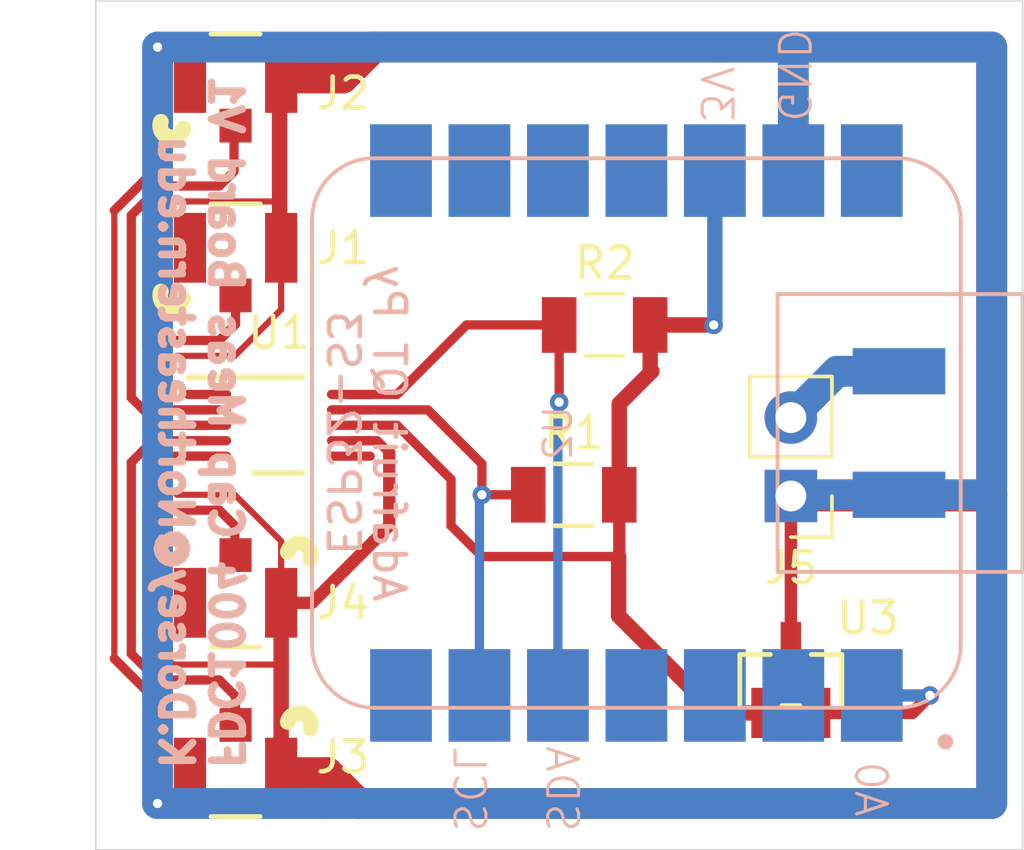
<source format=kicad_pcb>
(kicad_pcb (version 20240108) (generator "pcbnew") (generator_version "8.0")
  (layers (0 "F.Cu" signal) (31 "B.Cu" signal) (34 "B.Paste" user) (35 "F.Paste" user) (36 "B.SilkS" user "B.Silkscreen") (37 "F.SilkS" user "F.Silkscreen") (38 "B.Mask" user) (39 "F.Mask" user) (44 "Edge.Cuts" user))
  (net 0 "")
  (net 1 "/BAT+")
  (net 2 "VDD")
  (net 3 "/SCL")
  (net 4 "GND")
  (net 5 "/SDA")
  (net 6 "/C1")
  (net 7 "/C2")
  (net 8 "/C3")
  (net 9 "/C4")
  (net 11 "/Vtemp")
  (footprint "FDC1004_Footprints:CONN1_CONUFL_TEC" (layer "F.Cu") (at 92.524999 84.5 180)
    (property "Reference" "J4" (at -3.475001 0 0) (layer "F.SilkS"))
    (property "Value" "CONUFL001-SMD-T")
    (fp_line (start 0.794947 -1.4224) (end -0.794947 -1.4224) (stroke (width 0.1524)) (layer "F.SilkS"))
    (fp_arc (start -1.688756 1.640841) (mid -2.168571 1.90902) (end -2.416992 1.418683) (stroke (width 0.508)) (layer "F.SilkS"))
    (pad "1" smd rect (at 0 1.544599 180) (size 1.0414 1.0922) (layers "F.Cu" "F.Paste" "F.Mask") (net 9 "/C4"))
    (pad "2" smd rect (at -1.475001 0 180) (size 1.0414 2.2606) (layers "F.Cu" "F.Paste" "F.Mask") (net 4 "GND"))
    (pad "3" smd rect (at 1.475001 0 180) (size 1.0414 2.2606) (layers "F.Cu" "F.Paste" "F.Mask"))
  )
  (footprint "FDC1004_Footprints:STA_RMCF1206_STC" (layer "F.Cu") (at 104.4732 75.5)
    (property "Reference" "R2" (at 0 -2 0) (layer "F.SilkS"))
    (property "Value" "RMCF1206JT1K80")
    (fp_line (start -0.597551 1.0033) (end 0.597551 1.0033) (stroke (width 0.1524)) (layer "F.SilkS"))
    (fp_line (start 0.597551 -1.0033) (end -0.597551 -1.0033) (stroke (width 0.1524)) (layer "F.SilkS"))
    (pad "1" smd rect (at -1.4732 0) (size 1.1176 1.8034) (layers "F.Cu" "F.Paste" "F.Mask") (net 5 "/SDA"))
    (pad "2" smd rect (at 1.4732 0) (size 1.1176 1.8034) (layers "F.Cu" "F.Paste" "F.Mask") (net 2 "VDD"))
  )
  (footprint "FDC1004_Footprints:FDC1004DGS0010A_M" (layer "F.Cu") (at 93.9326 78.749997)
    (property "Reference" "U1" (at 0 -3 0) (layer "F.SilkS"))
    (property "Value" "FDC1004QDGSRQ1")
    (fp_line (start -2.925 -1.549999) (end 0.750001 -1.549999) (stroke (width 0.2)) (layer "F.SilkS"))
    (fp_line (start -0.800001 1.549999) (end 0.750001 1.549999) (stroke (width 0.2)) (layer "F.SilkS"))
    (pad "1" smd oval (at -2.324999 -1.000001 90) (size 0.299999 1.549999) (layers "F.Cu" "F.Paste" "F.Mask"))
    (pad "2" smd oval (at -2.324999 -0.500002 90) (size 0.299999 1.549999) (layers "F.Cu" "F.Paste" "F.Mask") (net 6 "/C1"))
    (pad "3" smd oval (at -2.324999 0 90) (size 0.299999 1.549999) (layers "F.Cu" "F.Paste" "F.Mask") (net 7 "/C2"))
    (pad "4" smd oval (at -2.324999 0.499999 90) (size 0.299999 1.549999) (layers "F.Cu" "F.Paste" "F.Mask") (net 8 "/C3"))
    (pad "5" smd oval (at -2.324999 1.000001 90) (size 0.299999 1.549999) (layers "F.Cu" "F.Paste" "F.Mask") (net 9 "/C4"))
    (pad "6" smd oval (at 2.325002 1.000001 90) (size 0.299999 1.549999) (layers "F.Cu" "F.Paste" "F.Mask"))
    (pad "7" smd oval (at 2.325002 0.499999 90) (size 0.299999 1.549999) (layers "F.Cu" "F.Paste" "F.Mask") (net 4 "GND"))
    (pad "8" smd oval (at 2.325002 0 90) (size 0.299999 1.549999) (layers "F.Cu" "F.Paste" "F.Mask") (net 2 "VDD"))
    (pad "9" smd oval (at 2.325002 -0.500002 90) (size 0.299999 1.549999) (layers "F.Cu" "F.Paste" "F.Mask") (net 3 "/SCL"))
    (pad "10" smd oval (at 2.325002 -1.000001 90) (size 0.299999 1.549999) (layers "F.Cu" "F.Paste" "F.Mask") (net 5 "/SDA"))
  )
  (footprint "FDC1004_Footprints:CONN1_CONUFL_TEC" (layer "F.Cu") (at 92.524999 90 180)
    (property "Reference" "J3" (at -3.475001 0.5 0) (layer "F.SilkS"))
    (property "Value" "CONUFL001-SMD-T")
    (fp_line (start 0.794947 -1.4224) (end -0.794947 -1.4224) (stroke (width 0.1524)) (layer "F.SilkS"))
    (fp_arc (start -1.688756 1.640841) (mid -2.168571 1.90902) (end -2.416992 1.418683) (stroke (width 0.508)) (layer "F.SilkS"))
    (pad "1" smd rect (at 0 1.544599 180) (size 1.0414 1.0922) (layers "F.Cu" "F.Paste" "F.Mask") (net 8 "/C3"))
    (pad "2" smd rect (at -1.475001 0 180) (size 1.0414 2.2606) (layers "F.Cu" "F.Paste" "F.Mask") (net 4 "GND"))
    (pad "3" smd rect (at 1.475001 0 180) (size 1.0414 2.2606) (layers "F.Cu" "F.Paste" "F.Mask"))
  )
  (footprint "FDC1004_Footprints:CONN1_CONUFL_TEC" (layer "F.Cu") (at 92.524999 67.5)
    (property "Reference" "J2" (at 3.475001 0.5 0) (layer "F.SilkS"))
    (property "Value" "CONUFL001-SMD-T")
    (fp_line (start 0.794947 -1.4224) (end -0.794947 -1.4224) (stroke (width 0.1524)) (layer "F.SilkS"))
    (fp_arc (start -1.688756 1.640841) (mid -2.168571 1.90902) (end -2.416992 1.418683) (stroke (width 0.508)) (layer "F.SilkS"))
    (pad "1" smd rect (at 0 1.544599) (size 1.0414 1.0922) (layers "F.Cu" "F.Paste" "F.Mask") (net 7 "/C2"))
    (pad "2" smd rect (at -1.475001 0) (size 1.0414 2.2606) (layers "F.Cu" "F.Paste" "F.Mask"))
    (pad "3" smd rect (at 1.475001 0) (size 1.0414 2.2606) (layers "F.Cu" "F.Paste" "F.Mask") (net 4 "GND"))
  )
  (footprint "FDC1004_Footprints:SOT-23_MC_MCH-M" (layer "F.Cu") (at 110.5 87)
    (property "Reference" "U3" (at 2.5 -2 0) (layer "F.SilkS"))
    (property "Value" "MCP9701T-E/TT")
    (fp_line (start -1.652 -0.827) (end -1.652 0.827) (stroke (width 0.1524)) (layer "F.SilkS"))
    (fp_line (start -0.66294 -0.827) (end -1.652 -0.827) (stroke (width 0.1524)) (layer "F.SilkS"))
    (fp_line (start -0.287061 0.827) (end 0.287061 0.827) (stroke (width 0.1524)) (layer "F.SilkS"))
    (fp_line (start 1.652 -0.827) (end 0.66294 -0.827) (stroke (width 0.1524)) (layer "F.SilkS"))
    (fp_line (start 1.652 0.827) (end 1.652 -0.827) (stroke (width 0.1524)) (layer "F.SilkS"))
    (pad "1" smd rect (at -0.950001 1.066) (size 0.6604 1.6256) (layers "F.Cu" "F.Paste" "F.Mask") (net 2 "VDD"))
    (pad "2" smd rect (at 0.950001 1.066) (size 0.6604 1.6256) (layers "F.Cu" "F.Paste" "F.Mask") (net 11 "/Vtemp"))
    (pad "3" smd rect (at 0 -1.066) (size 0.6604 1.6256) (layers "F.Cu" "F.Paste" "F.Mask") (net 4 "GND"))
  )
  (footprint "FDC1004_Footprints:STA_RMCF1206_STC" (layer "F.Cu") (at 103.4732 81)
    (property "Reference" "R1" (at 0 -2 0) (layer "F.SilkS"))
    (property "Value" "RMCF1206JT1K80")
    (fp_line (start -0.597551 1.0033) (end 0.597551 1.0033) (stroke (width 0.1524)) (layer "F.SilkS"))
    (fp_line (start 0.597551 -1.0033) (end -0.597551 -1.0033) (stroke (width 0.1524)) (layer "F.SilkS"))
    (pad "1" smd rect (at -1.4732 0) (size 1.1176 1.8034) (layers "F.Cu" "F.Paste" "F.Mask") (net 3 "/SCL"))
    (pad "2" smd rect (at 1.4732 0) (size 1.1176 1.8034) (layers "F.Cu" "F.Paste" "F.Mask") (net 2 "VDD"))
  )
  (footprint "FDC1004_Footprints:CONN1_CONUFL_TEC" (layer "F.Cu") (at 92.524999 73)
    (property "Reference" "J1" (at 3.475001 0 0) (layer "F.SilkS"))
    (property "Value" "CONUFL001-SMD-T")
    (fp_line (start 0.794947 -1.4224) (end -0.794947 -1.4224) (stroke (width 0.1524)) (layer "F.SilkS"))
    (fp_arc (start -1.688756 1.640841) (mid -2.168571 1.90902) (end -2.416992 1.418683) (stroke (width 0.508)) (layer "F.SilkS"))
    (pad "1" smd rect (at 0 1.544599) (size 1.0414 1.0922) (layers "F.Cu" "F.Paste" "F.Mask") (net 6 "/C1"))
    (pad "2" smd rect (at -1.475001 0) (size 1.0414 2.2606) (layers "F.Cu" "F.Paste" "F.Mask"))
    (pad "3" smd rect (at 1.475001 0) (size 1.0414 2.2606) (layers "F.Cu" "F.Paste" "F.Mask") (net 4 "GND"))
  )
  (footprint "Connector_PinHeader_2.54mm:PinHeader_1x02_P2.54mm_Vertical" (layer "F.Cu") (at 110.5 81.04 180)
    (property "Reference" "J5" (at 0 -2.33 0) (layer "F.SilkS"))
    (property "Value" "Conn_01x02")
    (fp_line (start 1.33 1.27) (end 1.33 3.87) (stroke (width 0.12)) (layer "F.SilkS"))
    (fp_line (start -1.33 3.87) (end 1.33 3.87) (stroke (width 0.12)) (layer "F.SilkS"))
    (fp_line (start -1.33 1.27) (end 1.33 1.27) (stroke (width 0.12)) (layer "F.SilkS"))
    (fp_line (start -1.33 1.27) (end -1.33 3.87) (stroke (width 0.12)) (layer "F.SilkS"))
    (fp_line (start -1.33 0) (end -1.33 -1.33) (stroke (width 0.12)) (layer "F.SilkS"))
    (fp_line (start -1.33 -1.33) (end 0 -1.33) (stroke (width 0.12)) (layer "F.SilkS"))
    (pad "1" thru_hole rect (at 0 0 180) (size 1.7 1.7) (drill 1) (layers "*.Cu" "*.Mask") (net 4 "GND"))
    (pad "2" thru_hole oval (at 0 2.54 180) (size 1.7 1.7) (drill 1) (layers "*.Cu" "*.Mask") (net 1 "/BAT+"))
  )
  (footprint "FDC1004_Footprints:Ada_ESP32-S3_noPSRAM" (layer "B.Cu") (at 105.5 79 90)
    (property "Reference" "U2" (at 0 -2.54 90) (layer "B.SilkS") (effects (font (size 0.889 0.889) (thickness 0.1016)) (justify mirror)))
    (property "Value" "Adafruit QT Py ESP32-S3" (hide yes))
    (fp_line (start 6.9 -10.5) (end -6.9 -10.5) (stroke (width 0.127)) (layer "B.SilkS"))
    (fp_line (start -8.9 -8.5) (end -8.9 8.5) (stroke (width 0.127)) (layer "B.SilkS"))
    (fp_line (start 4.5 4.57073) (end 4.5 12.5) (stroke (width 0.127)) (layer "B.SilkS"))
    (fp_line (start -4.5 4.57073) (end 4.5 4.57073) (stroke (width 0.127)) (layer "B.SilkS"))
    (fp_line (start 8.9 8.5) (end 8.9 -8.5) (stroke (width 0.127)) (layer "B.SilkS"))
    (fp_line (start -6.9 10.49909) (end 6.9 10.49909) (stroke (width 0.127)) (layer "B.SilkS"))
    (fp_line (start 4.5 12.5) (end -4.5 12.5) (stroke (width 0.127)) (layer "B.SilkS"))
    (fp_line (start -4.5 12.5) (end -4.5 4.57073) (stroke (width 0.127)) (layer "B.SilkS"))
    (fp_arc (start 6.9 -10.5) (mid 8.314214 -9.914214) (end 8.9 -8.5) (stroke (width 0.12)) (layer "B.SilkS"))
    (fp_arc (start -8.9 -8.5) (mid -8.301423 -9.901423) (end -6.9 -10.5) (stroke (width 0.12)) (layer "B.SilkS"))
    (fp_arc (start 8.9 8.5) (mid 8.301494 9.901494) (end 6.9 10.5) (stroke (width 0.12)) (layer "B.SilkS"))
    (fp_arc (start -6.9 10.5) (mid -8.301491 9.901491) (end -8.9 8.5) (stroke (width 0.12)) (layer "B.SilkS"))
    (fp_circle (center -10 10) (end -10 10.254) (fill solid) (layer "B.SilkS"))
    (fp_poly (pts (xy -8.887715 8.561705) (xy -8.884667 8.610473) (xy -8.880603 8.659494)) (stroke (width 0.0254)) (fill none) (layer "B.SilkS"))
    (fp_poly (pts (xy 8.889492 -8.521574) (xy 8.887713 -8.57085) (xy 8.884665 -8.619618) (xy 8.880601 -8.668639) (xy 8.875268 -8.717407) (xy 8.868664 -8.766175) (xy 8.861044 -8.81469) (xy 8.852153 -8.86295) (xy 8.842248 -8.910955)) (stroke (width 0.0254)) (fill none) (layer "B.SilkS"))
    (fp_text user "SDA" (at -13 -3 -90) (layer "B.SilkS") (effects (font (thickness 0.1)) (justify left bottom mirror)))
    (fp_text user "SCL" (at -13 -6 -90) (layer "B.SilkS") (effects (font (thickness 0.1)) (justify left bottom mirror)))
    (fp_text user "A0" (at -12.5 7 -90) (layer "B.SilkS") (effects (font (thickness 0.1)) (justify left bottom mirror)))
    (fp_text user "ESP32-S3" (at 0 -9.5 -90) (layer "B.SilkS") (effects (justify mirror)))
    (fp_text user "Adafruit QT Py" (at 0 -8 -90) (layer "B.SilkS") (effects (justify mirror)))
    (fp_text user "3V" (at 10 2 -90) (layer "B.SilkS") (effects (font (thickness 0.1)) (justify left bottom mirror)))
    (fp_text user "GND" (at 10 4.5 -90) (layer "B.SilkS") (effects (font (thickness 0.1)) (justify left bottom mirror)))
    (pad "1" smd rect (at -8.5 7.62 90) (size 3 2) (layers "B.Cu" "B.Paste" "B.Mask") (net 11 "/Vtemp"))
    (pad "2" smd rect (at -8.5 5.08 90) (size 3 2) (layers "B.Cu" "B.Paste" "B.Mask"))
    (pad "3" smd rect (at -8.5 2.54 90) (size 3 2) (layers "B.Cu" "B.Paste" "B.Mask"))
    (pad "4" smd rect (at -8.5 0 90) (size 3 2) (layers "B.Cu" "B.Paste" "B.Mask"))
    (pad "5" smd rect (at -8.5 -2.54 90) (size 3 2) (layers "B.Cu" "B.Paste" "B.Mask") (net 5 "/SDA"))
    (pad "6" smd rect (at -8.5 -5.08 270) (size 3 2) (layers "B.Cu" "B.Paste" "B.Mask") (net 3 "/SCL"))
    (pad "7" smd rect (at -8.5 -7.62 90) (size 3 2) (layers "B.Cu" "B.Paste" "B.Mask"))
    (pad "8" smd rect (at 8.5 -7.62 90) (size 3 2) (layers "B.Cu" "B.Paste" "B.Mask"))
    (pad "9" smd rect (at 8.5 -5.08 90) (size 3 2) (layers "B.Cu" "B.Paste" "B.Mask"))
    (pad "10" smd rect (at 8.5 -2.54 90) (size 3 2) (layers "B.Cu" "B.Paste" "B.Mask"))
    (pad "11" smd rect (at 8.5 0 90) (size 3 2) (layers "B.Cu" "B.Paste" "B.Mask"))
    (pad "12" smd rect (at 8.5 2.54 90) (size 3 2) (layers "B.Cu" "B.Paste" "B.Mask") (net 2 "VDD"))
    (pad "13" smd rect (at 8.5 5.08 90) (size 3 2) (layers "B.Cu" "B.Paste" "B.Mask") (net 4 "GND"))
    (pad "14" smd rect (at 8.5 7.62 90) (size 3 2) (layers "B.Cu" "B.Paste" "B.Mask"))
    (pad "21" smd rect (at -2 8.5 180) (size 3 1.5) (layers "B.Cu" "B.Paste" "B.Mask") (net 4 "GND"))
    (pad "22" smd rect (at 2 8.5 180) (size 3 1.5) (layers "B.Cu" "B.Paste" "B.Mask") (net 1 "/BAT+"))
  )
  (gr_rect (start 88 65) (end 118 92.5) (stroke (width 0.05)) (fill none) (layer "Edge.Cuts"))
  (gr_text "FDC1004 Cap Meas Board V1\nK.Dorsey@Northeastern.edu" (at 90 90 270) (layer "B.SilkS") (effects (font (size 1 1) (thickness 0.25) (bold yes)) (justify left bottom mirror)))
  (segment (start 114 77) (end 112 77) (width 1) (layer "B.Cu") (net 1))
  (segment (start 112 77) (end 110.5 78.5) (width 1) (layer "B.Cu") (net 1))
  (segment (start 104.92405 83) (end 104.9464 82.97765) (width 0.3) (layer "F.Cu") (net 2))
  (segment (start 104.92405 83) (end 104.92405 84.92405) (width 0.5) (layer "F.Cu") (net 2))
  (segment (start 99.5 80.5) (end 97.749997 78.749997) (width 0.3) (layer "F.Cu") (net 2))
  (segment (start 108.066 88.066) (end 109.549999 88.066) (width 0.5) (layer "F.Cu") (net 2))
  (segment (start 105.9464 75.5) (end 105.9464 76.9464) (width 0.5) (layer "F.Cu") (net 2))
  (segment (start 104.9464 82.97765) (end 104.9464 81) (width 0.4) (layer "F.Cu") (net 2))
  (segment (start 99.5 82) (end 99.5 80.5) (width 0.3) (layer "F.Cu") (net 2))
  (segment (start 106 77) (end 104.9464 78.0536) (width 0.5) (layer "F.Cu") (net 2))
  (segment (start 105.9464 76.9464) (end 106 77) (width 0.5) (layer "F.Cu") (net 2))
  (segment (start 104.92405 84.92405) (end 108.066 88.066) (width 0.5) (layer "F.Cu") (net 2))
  (segment (start 97.749997 78.749997) (end 96.257602 78.749997) (width 0.3) (layer "F.Cu") (net 2))
  (segment (start 108 75.5) (end 105.9464 75.5) (width 0.5) (layer "F.Cu") (net 2))
  (segment (start 100.5 83) (end 99.5 82) (width 0.3) (layer "F.Cu") (net 2))
  (segment (start 104.92405 83) (end 100.5 83) (width 0.3) (layer "F.Cu") (net 2))
  (segment (start 104.9464 78.0536) (end 104.9464 81) (width 0.5) (layer "F.Cu") (net 2))
  (via (at 108 75.5) (size 0.6) (drill 0.3) (layers "F.Cu" "B.Cu") (net 2))
  (segment (start 108.04 70.5) (end 108.04 75.46) (width 0.5) (layer "B.Cu") (net 2))
  (segment (start 108.04 75.46) (end 108 75.5) (width 0.2) (layer "B.Cu") (net 2))
  (segment (start 102 81) (end 100.5 81) (width 0.3) (layer "F.Cu") (net 3))
  (segment (start 98.749995 78.249995) (end 96.257602 78.249995) (width 0.3) (layer "F.Cu") (net 3))
  (segment (start 100.5 80) (end 98.749995 78.249995) (width 0.3) (layer "F.Cu") (net 3))
  (segment (start 100.5 81) (end 100.5 80) (width 0.3) (layer "F.Cu") (net 3))
  (via (at 100.5 81) (size 0.6) (drill 0.3) (layers "F.Cu" "B.Cu") (net 3))
  (segment (start 100.42 87.5) (end 100.42 81.08) (width 0.3) (layer "B.Cu") (net 3))
  (segment (start 100.42 87.5) (end 100.5 87.42) (width 0.3) (layer "B.Cu") (net 3))
  (segment (start 90.636396 81) (end 90.568198 80.931802) (width 0.2) (layer "F.Cu") (net 4))
  (segment (start 93.950002 71.5) (end 90.298998 71.5) (width 0.2) (layer "F.Cu") (net 4))
  (segment (start 94 84.5) (end 94 82.5) (width 0.2) (layer "F.Cu") (net 4))
  (segment (start 90 87.707106) (end 90 91) (width 0.3) (layer "F.Cu") (net 4))
  (segment (start 88.6 86) (end 88.6 72) (width 0.2) (layer "F.Cu") (net 4))
  (segment (start 95.5 90) (end 94 90) (width 1) (layer "F.Cu") (net 4))
  (segment (start 94 86.5) (end 94 90) (width 0.5) (layer "F.Cu") (net 4))
  (segment (start 94 84.5) (end 95 84.5) (width 0.4) (layer "F.Cu") (net 4))
  (segment (start 97.1136 79.249996) (end 97.5 79.636396) (width 0.3) (layer "F.Cu") (net 4))
  (segment (start 117 66.5) (end 97 66.5) (width 1) (layer "F.Cu") (net 4))
  (segment (start 96.5 91) (end 95.5 90) (width 1) (layer "F.Cu") (net 4))
  (segment (start 96.257602 79.249996) (end 97.1136 79.249996) (width 0.3) (layer "F.Cu") (net 4))
  (segment (start 88.6 72) (end 88.6 71.792894) (width 0.2) (layer "F.Cu") (net 4))
  (segment (start 110.5 81.04) (end 115.96 81.04) (width 1) (layer "F.Cu") (net 4))
  (segment (start 96 67.5) (end 94 67.5) (width 1) (layer "F.Cu") (net 4))
  (segment (start 91 81) (end 90.636396 81) (width 0.2) (layer "F.Cu") (net 4))
  (segment (start 93.950002 68) (end 93.950002 71.5) (width 0.5) (layer "F.Cu") (net 4))
  (segment (start 116.96 81.04) (end 117 81) (width 1) (layer "F.Cu") (net 4))
  (segment (start 90.298998 71.5) (end 89.6 72.198998) (width 0.2) (layer "F.Cu") (net 4))
  (segment (start 97 66.5) (end 96 67.5) (width 1) (layer "F.Cu") (net 4))
  (segment (start 117 81) (end 117 66.5) (width 1) (layer "F.Cu") (net 4))
  (segment (start 94 75) (end 92.5 76.5) (width 0.2) (layer "F.Cu") (net 4))
  (segment (start 110.5 85.934) (end 110.5 81.04) (width 0.4) (layer "F.Cu") (net 4))
  (segment (start 90.636396 76.5) (end 90.568198 76.568198) (width 0.2) (layer "F.Cu") (net 4))
  (segment (start 92.5 76.5) (end 90.636396 76.5) (width 0.2) (layer "F.Cu") (net 4))
  (segment (start 88.6 86.307106) (end 90 87.707106) (width 0.3) (layer "F.Cu") (net 4))
  (segment (start 90 70.392894) (end 90 66.5) (width 0.3) (layer "F.Cu") (net 4))
  (segment (start 95 84.5) (end 97 82.5) (width 0.4) (layer "F.Cu") (net 4))
  (segment (start 94 82.5) (end 92.5 81) (width 0.2) (layer "F.Cu") (net 4))
  (segment (start 94 84.5) (end 94 86.5) (width 0.5) (layer "F.Cu") (net 4))
  (segment (start 97.5 79.636396) (end 97.5 82) (width 0.4) (layer "F.Cu") (net 4))
  (segment (start 117 81) (end 117 91) (width 1) (layer "F.Cu") (net 4))
  (segment (start 94 73) (end 94 75) (width 0.2) (layer "F.Cu") (net 4))
  (segment (start 94 86.5) (end 90.498998 86.5) (width 0.2) (layer "F.Cu") (net 4))
  (segment (start 93.950002 71.5) (end 93.950002 72.950002) (width 0.5) (layer "F.Cu") (net 4))
  (segment (start 97.5 82) (end 97 82.5) (width 0.4) (layer "F.Cu") (net 4))
  (segment (start 92.5 81) (end 91 81) (width 0.2) (layer "F.Cu") (net 4))
  (segment (start 88.6 71.792894) (end 90 70.392894) (width 0.3) (layer "F.Cu") (net 4))
  (segment (start 93.950002 72.950002) (end 94 73) (width 0.2) (layer "F.Cu") (net 4))
  (segment (start 110.434 85.934) (end 110.5 85.934) (width 0.2) (layer "F.Cu") (net 4))
  (segment (start 90.498998 86.5) (end 89.6 85.601002) (width 0.2) (layer "F.Cu") (net 4))
  (segment (start 117 91) (end 96.5 91) (width 1) (layer "F.Cu") (net 4))
  (segment (start 89.6 85.601002) (end 89.6 81.5) (width 0.2) (layer "F.Cu") (net 4))
  (segment (start 89.6 72.198998) (end 89.6 76.263604) (width 0.2) (layer "F.Cu") (net 4))
  (segment (start 88.6 86) (end 88.6 86.307106) (width 0.2) (layer "F.Cu") (net 4))
  (segment (start 115.96 81.04) (end 116.96 81.04) (width 1) (layer "F.Cu") (net 4))
  (via (at 90 66.5) (size 0.6) (drill 0.3) (layers "F.Cu" "B.Cu") (net 4))
  (via (at 90 91) (size 0.6) (drill 0.3) (layers "F.Cu" "B.Cu") (net 4))
  (segment (start 110.58 70.5) (end 110.58 66.5) (width 1) (layer "B.Cu") (net 4))
  (segment (start 90 91) (end 90 79.5) (width 1) (layer "B.Cu") (net 4))
  (segment (start 90 91) (end 95.5 91) (width 1) (layer "B.Cu") (net 4))
  (segment (start 110.54 81) (end 110.5 81.04) (width 1) (layer "B.Cu") (net 4))
  (segment (start 117 91) (end 95.5 91) (width 1) (layer "B.Cu") (net 4))
  (segment (start 114 81) (end 116 81) (width 1) (layer "B.Cu") (net 4))
  (segment (start 116 81) (end 117 81) (width 1) (layer "B.Cu") (net 4))
  (segment (start 115.96 81.04) (end 116 81) (width 0.4) (layer "B.Cu") (net 4))
  (segment (start 90 66.5) (end 90 79.5) (width 1) (layer "B.Cu") (net 4))
  (segment (start 114 81) (end 110.54 81) (width 1) (layer "B.Cu") (net 4))
  (segment (start 117 66.5) (end 117 91) (width 1) (layer "B.Cu") (net 4))
  (segment (start 90 66.5) (end 117 66.5) (width 1) (layer "B.Cu") (net 4))
  (segment (start 103 75.5) (end 103 78) (width 0.3) (layer "F.Cu") (net 5))
  (segment (start 103 75.5) (end 100 75.5) (width 0.3) (layer "F.Cu") (net 5))
  (segment (start 97.750004 77.749996) (end 96.257602 77.749996) (width 0.3) (layer "F.Cu") (net 5))
  (segment (start 100 75.5) (end 97.750004 77.749996) (width 0.3) (layer "F.Cu") (net 5))
  (via (at 103 78) (size 0.6) (drill 0.3) (layers "F.Cu" "B.Cu") (net 5))
  (segment (start 102.96 87.5) (end 102.96 77.96) (width 0.3) (layer "B.Cu") (net 5))
  (segment (start 92.524999 75.475001) (end 92.524999 74.544599) (width 0.3) (layer "F.Cu") (net 6))
  (segment (start 92 76) (end 92.524999 75.475001) (width 0.3) (layer "F.Cu") (net 6))
  (segment (start 91.607601 78.249995) (end 90.249995 78.249995) (width 0.3) (layer "F.Cu") (net 6))
  (segment (start 90 78) (end 90 76.5) (width 0.3) (layer "F.Cu") (net 6))
  (segment (start 90 76.5) (end 90.5 76) (width 0.3) (layer "F.Cu") (net 6))
  (segment (start 90.5 76) (end 92 76) (width 0.3) (layer "F.Cu") (net 6))
  (segment (start 90.249995 78.249995) (end 90 78) (width 0.3) (layer "F.Cu") (net 6))
  (segment (start 89.15 77.857107) (end 89.15 71.95) (width 0.3) (layer "F.Cu") (net 7))
  (segment (start 89.15 71.95) (end 90.1 71) (width 0.3) (layer "F.Cu") (net 7))
  (segment (start 91.607601 78.749997) (end 90.04289 78.749997) (width 0.3) (layer "F.Cu") (net 7))
  (segment (start 92 71) (end 92.475001 70.524999) (width 0.3) (layer "F.Cu") (net 7))
  (segment (start 92.475001 70.524999) (end 92.475001 69.544599) (width 0.3) (layer "F.Cu") (net 7))
  (segment (start 90.04289 78.749997) (end 89.15 77.857107) (width 0.3) (layer "F.Cu") (net 7))
  (segment (start 90.1 71) (end 92 71) (width 0.3) (layer "F.Cu") (net 7))
  (segment (start 89.15 79.95) (end 89.850004 79.249996) (width 0.3) (layer "F.Cu") (net 8))
  (segment (start 89.850004 79.249996) (end 91.607601 79.249996) (width 0.3) (layer "F.Cu") (net 8))
  (segment (start 90 87) (end 89.15 86.15) (width 0.3) (layer "F.Cu") (net 8))
  (segment (start 92.524999 87.524999) (end 92 87) (width 0.3) (layer "F.Cu") (net 8))
  (segment (start 92 87) (end 90 87) (width 0.3) (layer "F.Cu") (net 8))
  (segment (start 89.15 86.15) (end 89.15 79.95) (width 0.3) (layer "F.Cu") (net 8))
  (segment (start 92.524999 88.455401) (end 92.524999 87.524999) (width 0.3) (layer "F.Cu") (net 8))
  (segment (start 92.5 82) (end 92.5 83) (width 0.3) (layer "F.Cu") (net 9))
  (segment (start 90.5 81.5) (end 92 81.5) (width 0.3) (layer "F.Cu") (net 9))
  (segment (start 90 80) (end 90 81) (width 0.3) (layer "F.Cu") (net 9))
  (segment (start 90 81) (end 90.5 81.5) (width 0.3) (layer "F.Cu") (net 9))
  (segment (start 91.607601 79.749998) (end 90.250002 79.749998) (width 0.3) (layer "F.Cu") (net 9))
  (segment (start 90.250002 79.749998) (end 90 80) (width 0.3) (layer "F.Cu") (net 9))
  (segment (start 92 81.5) (end 92.5 82) (width 0.3) (layer "F.Cu") (net 9))
  (segment (start 111.450001 88.066) (end 114.434 88.066) (width 0.4) (layer "F.Cu") (net 11))
  (segment (start 115 87.5) (end 114.434 88.066) (width 0.4) (layer "F.Cu") (net 11))
  (via (at 115 87.5) (size 0.6) (drill 0.3) (layers "F.Cu" "B.Cu") (net 11))
  (segment (start 113.12 87.5) (end 115 87.5) (width 0.4) (layer "B.Cu") (net 11))
)
</source>
